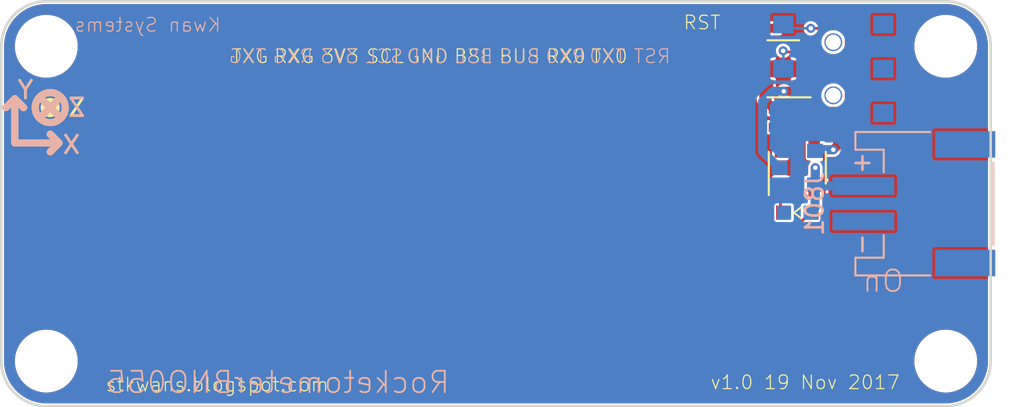
<source format=kicad_pcb>
(kicad_pcb (version 20211014) (generator pcbnew)
  (layers (0 "F.Cu" signal "Top") (31 "B.Cu" signal "Bottom") (34 "B.Paste" user) (35 "F.Paste" user) (36 "B.SilkS" user "B.Silkscreen") (37 "F.SilkS" user "F.Silkscreen") (38 "B.Mask" user) (39 "F.Mask" user) (44 "Edge.Cuts" user))
  (net 0 "")
  (net 1 "GND")
  (net 2 "VCC")
  (net 3 "/Regulator/BYP")
  (net 4 "/Regulator/PWR_EN")
  (net 5 "/GND")
  (net 6 "/VLIPO")
  (net 7 "/STAT+")
  (net 8 "/STAT-")
  (net 9 "/PROG")
  (net 10 "/VBUS")
  (net 11 "/VRAW")
  (footprint "STAND-OFF-TIGHT" (layer "F.Cu") (at 129.54 99.06)
    (fp_text reference "JP1" hide)
    (fp_text value "STAND-OFFTIGHT" hide)
    (pad "" np_thru_hole circle locked (at 0 0) (size 3.048 3.048) (drill 3.048) (layers *.Cu))
  )
  (footprint "STAND-OFF-TIGHT" (layer "F.Cu") (at 129.54 81.28)
    (fp_text reference "JP2" hide)
    (fp_text value "STAND-OFFTIGHT" hide)
    (pad "" np_thru_hole circle locked (at 0 0) (size 3.048 3.048) (drill 3.048) (layers *.Cu))
  )
  (footprint "STAND-OFF-TIGHT" (layer "F.Cu") (at 180.34 99.06)
    (fp_text reference "JP4" hide)
    (fp_text value "STAND-OFFTIGHT" hide)
    (pad "" np_thru_hole circle locked (at 0 0) (size 3.048 3.048) (drill 3.048) (layers *.Cu))
  )
  (footprint "STAND-OFF-TIGHT" (layer "F.Cu") (at 180.34 81.28)
    (fp_text reference "JP5" hide)
    (fp_text value "STAND-OFFTIGHT" hide)
    (pad "" np_thru_hole circle locked (at 0 0) (size 3.048 3.048) (drill 3.048) (layers *.Cu))
  )
  (footprint "KwanSystems:SMD_0402" (layer "F.Cu") (at 173.99 82.55 180)
    (fp_text reference "C704")
    (fp_text value "1uF")
    (pad "1" smd rect locked (at -0.55 0 180) (size 0.6 0.5) (layers "F.Cu" "F.Paste" "F.Mask") (net 11 "/VRAW"))
    (pad "2" smd rect locked (at 0.55 0 180) (size 0.6 0.5) (layers "F.Cu" "F.Paste" "F.Mask") (net 1 "GND"))
  )
  (footprint "KwanSystems:SMD_0402" (layer "F.Cu") (at 171.196 80.264)
    (fp_text reference "C714")
    (fp_text value "100nF")
    (pad "1" smd rect locked (at -0.55 0) (size 0.6 0.5) (layers "F.Cu" "F.Paste" "F.Mask") (net 3 "/Regulator/BYP"))
    (pad "2" smd rect locked (at 0.55 0) (size 0.6 0.5) (layers "F.Cu" "F.Paste" "F.Mask") (net 1 "GND"))
  )
  (footprint "KwanSystems:SMD_0402" (layer "F.Cu") (at 171.196 84.836)
    (fp_text reference "C715")
    (fp_text value "4.7nF")
    (pad "1" smd rect locked (at -0.55 0) (size 0.6 0.5) (layers "F.Cu" "F.Paste" "F.Mask") (net 2 "VCC"))
    (pad "2" smd rect locked (at 0.55 0) (size 0.6 0.5) (layers "F.Cu" "F.Paste" "F.Mask") (net 1 "GND"))
  )
  (footprint "TO_SOT_Packages_SMD:SOT-23-5" (layer "F.Cu") (at 171.165 82.55 180)
    (fp_text reference "U701")
    (fp_text value "3.3V")
    (fp_line (start 0.9 -1.61) (end -1.55 -1.61) (layer "F.SilkS") (width 0.12))
    (fp_line (start -0.9 1.61) (end 0.9 1.61) (layer "F.SilkS") (width 0.12))
    (pad "1" smd rect locked (at -1.1 -0.95 180) (size 1.06 0.65) (layers "F.Cu" "F.Paste" "F.Mask") (net 11 "/VRAW"))
    (pad "2" smd rect locked (at -1.1 0 180) (size 1.06 0.65) (layers "F.Cu" "F.Paste" "F.Mask") (net 1 "GND"))
    (pad "3" smd rect locked (at -1.1 0.95 180) (size 1.06 0.65) (layers "F.Cu" "F.Paste" "F.Mask") (net 4 "/Regulator/PWR_EN"))
    (pad "4" smd rect locked (at 1.1 0.95 180) (size 1.06 0.65) (layers "F.Cu" "F.Paste" "F.Mask") (net 3 "/Regulator/BYP"))
    (pad "5" smd rect locked (at 1.1 -0.95 180) (size 1.06 0.65) (layers "F.Cu" "F.Paste" "F.Mask") (net 2 "VCC"))
  )
  (footprint "KwanSystems:Axis" (layer "F.Cu") (at 127.762 86.741)
    (fp_text reference "U501" hide)
    (fp_text value "MPU9250" hide)
    (fp_text user "Z" (at 3.5 -2) (layer "B.SilkS") (effects (justify mirror)))
    (fp_text user "Y" (at 0.6 -3) (layer "B.SilkS") (effects (justify mirror)))
    (fp_text user "X" (at 3.2 0.1) (layer "B.SilkS") (effects (justify mirror)))
    (fp_text user "X" (at 3.2 0.1) (layer "F.SilkS"))
    (fp_text user "Y" (at 0.6 -3) (layer "F.SilkS"))
    (fp_text user "Z" (at 3.5 -2) (layer "F.SilkS"))
    (fp_line (start 2.5 0) (end 2 -0.5) (layer "B.SilkS") (width 0.4))
    (fp_line (start -0.5 -2) (end 0 -2.5) (layer "B.SilkS") (width 0.4))
    (fp_line (start 0 0) (end 2.5 0) (layer "B.SilkS") (width 0.4))
    (fp_line (start 2.6 -2.6) (end 1.4 -1.4) (layer "B.SilkS") (width 0.4))
    (fp_line (start 0 -2.5) (end 0.5 -2) (layer "B.SilkS") (width 0.4))
    (fp_line (start 1.4 -2.6) (end 2.6 -1.4) (layer "B.SilkS") (width 0.4))
    (fp_line (start 2.5 0) (end 2 0.5) (layer "B.SilkS") (width 0.4))
    (fp_line (start 0.5 -2) (end 0 -2.5) (layer "B.SilkS") (width 0.4))
    (fp_line (start 2 -0.5) (end 2.5 0) (layer "B.SilkS") (width 0.4))
    (fp_line (start 0 -2.5) (end 0 0) (layer "B.SilkS") (width 0.4))
    (fp_circle (center 2 -2) (end 2.6 -1.4) (layer "B.SilkS") (width 0.4) (fill none))
    (fp_line (start -0.5 -2) (end 0 -2.5) (layer "F.SilkS") (width 0.4))
    (fp_line (start 2.5 0) (end 2 -0.5) (layer "F.SilkS") (width 0.4))
    (fp_line (start 0 0) (end 2.5 0) (layer "F.SilkS") (width 0.4))
    (fp_line (start 0 -2.5) (end 0.5 -2) (layer "F.SilkS") (width 0.4))
    (fp_line (start 2.5 0) (end 2 0.5) (layer "F.SilkS") (width 0.4))
    (fp_line (start 2 -0.5) (end 2.5 0) (layer "F.SilkS") (width 0.4))
    (fp_line (start 0 -2.5) (end 0 0) (layer "F.SilkS") (width 0.4))
    (fp_line (start 0.5 -2) (end 0 -2.5) (layer "F.SilkS") (width 0.4))
    (fp_circle (center 2 -2) (end 2.1 -1.9) (layer "F.SilkS") (width 0.4) (fill none))
    (fp_circle (center 2 -2) (end 2.6 -1.4) (layer "F.SilkS") (width 0.4) (fill none))
  )
  (footprint "KwanSystems:SMD_0603" (layer "F.Cu") (at 173.482 85.852 180)
    (fp_text reference "C802")
    (fp_text value "4.7uF")
    (pad "1" smd rect locked (at -0.75 0 180) (size 0.8 0.75) (layers "F.Cu" "F.Paste" "F.Mask") (net 10 "/VBUS"))
    (pad "2" smd rect locked (at 0.75 0 180) (size 0.8 0.75) (layers "F.Cu" "F.Paste" "F.Mask") (net 5 "/GND"))
  )
  (footprint "KwanSystems:D_0603" (layer "F.Cu") (at 171.958 90.678)
    (fp_text reference "D801")
    (fp_text value "YELLOW")
    (fp_line (start 0.2 0.3) (end -0.2 0) (layer "F.SilkS") (width 0.1))
    (fp_line (start -0.2 0) (end 0.2 -0.3) (layer "F.SilkS") (width 0.1))
    (pad "1" smd rect locked (at -0.8 0 180) (size 0.8 0.8) (layers "F.Cu" "F.Paste" "F.Mask") (net 8 "/STAT-"))
    (pad "2" smd rect locked (at 0.8 0 180) (size 0.8 0.8) (layers "F.Cu" "F.Paste" "F.Mask") (net 7 "/STAT+"))
  )
  (footprint "KwanSystems:SMD_0402" (layer "F.Cu") (at 171.196 85.852 180)
    (fp_text reference "R801")
    (fp_text value "10k")
    (pad "1" smd rect locked (at -0.55 0 180) (size 0.6 0.5) (layers "F.Cu" "F.Paste" "F.Mask") (net 5 "/GND"))
    (pad "2" smd rect locked (at 0.55 0 180) (size 0.6 0.5) (layers "F.Cu" "F.Paste" "F.Mask") (net 9 "/PROG"))
  )
  (footprint "KwanSystems:SMD_0402" (layer "F.Cu") (at 171.916 91.948 180)
    (fp_text reference "R804")
    (fp_text value "1.5k")
    (pad "1" smd rect locked (at -0.55 0 180) (size 0.6 0.5) (layers "F.Cu" "F.Paste" "F.Mask") (net 10 "/VBUS"))
    (pad "2" smd rect locked (at 0.55 0 180) (size 0.6 0.5) (layers "F.Cu" "F.Paste" "F.Mask") (net 7 "/STAT+"))
  )
  (footprint "TO_SOT_Packages_SMD:SOT-23-5" (layer "F.Cu") (at 171.958 88.138 90)
    (fp_text reference "U801" hide)
    (fp_text value "MCP73831")
    (fp_line (start 0.9 -1.61) (end -1.55 -1.61) (layer "F.SilkS") (width 0.12))
    (fp_line (start -0.9 1.61) (end 0.9 1.61) (layer "F.SilkS") (width 0.12))
    (pad "1" smd rect locked (at -1.1 -0.95 90) (size 1.06 0.65) (layers "F.Cu" "F.Paste" "F.Mask") (net 8 "/STAT-"))
    (pad "2" smd rect locked (at -1.1 0 90) (size 1.06 0.65) (layers "F.Cu" "F.Paste" "F.Mask") (net 5 "/GND"))
    (pad "3" smd rect locked (at -1.1 0.95 90) (size 1.06 0.65) (layers "F.Cu" "F.Paste" "F.Mask") (net 6 "/VLIPO"))
    (pad "4" smd rect locked (at 1.1 0.95 90) (size 1.06 0.65) (layers "F.Cu" "F.Paste" "F.Mask") (net 10 "/VBUS"))
    (pad "5" smd rect locked (at 1.1 -0.95 90) (size 1.06 0.65) (layers "F.Cu" "F.Paste" "F.Mask") (net 9 "/PROG"))
  )
  (footprint "KwanSystems:SWITCH_DPDT_AZY0202" (layer "B.Cu") (at 173.99 82.55 -90)
    (fp_text reference "S701" hide)
    (fp_text value "SPDT" hide)
    (pad "" np_thru_hole circle locked (at -1.5 0 270) (size 1 1) (drill 0.85) (layers *.Cu *.Mask))
    (pad "" np_thru_hole circle locked (at 1.5 0 270) (size 1 1) (drill 0.85) (layers *.Cu *.Mask))
    (pad "1" smd rect locked (at -2.5 2.825 270) (size 1 1.15) (layers "B.Cu" "B.Paste" "B.Mask") (net 11 "/VRAW"))
    (pad "2" smd rect locked (at 0 2.825 270) (size 1 1.15) (layers "B.Cu" "B.Paste" "B.Mask") (net 4 "/Regulator/PWR_EN"))
    (pad "3" smd rect locked (at 2.5 2.825 270) (size 1 1.15) (layers "B.Cu" "B.Paste" "B.Mask") (net 1 "GND"))
    (pad "4" smd rect locked (at -2.5 -2.825 270) (size 1 1.15) (layers "B.Cu" "B.Paste" "B.Mask"))
    (pad "5" smd rect locked (at 0 -2.825 270) (size 1 1.15) (layers "B.Cu" "B.Paste" "B.Mask"))
    (pad "6" smd rect locked (at 2.5 -2.825 270) (size 1 1.15) (layers "B.Cu" "B.Paste" "B.Mask"))
  )
  (footprint "KwanSystems:SMD_0603" (layer "B.Cu") (at 171.958 90.678 180)
    (fp_text reference "C803")
    (fp_text value "4.7uF")
    (pad "1" smd rect locked (at -0.75 0 180) (size 0.8 0.75) (layers "B.Cu" "B.Paste" "B.Mask") (net 6 "/VLIPO"))
    (pad "2" smd rect locked (at 0.75 0 180) (size 0.8 0.75) (layers "B.Cu" "B.Paste" "B.Mask") (net 5 "/GND"))
  )
  (footprint "KwanSystems:SOT-23" (layer "B.Cu") (at 171.958 88.138 180)
    (fp_text reference "D802" hide)
    (fp_text value "DCC")
    (pad "1" smd rect locked (at -1 0.95 180) (size 0.9 0.8) (layers "B.Cu" "B.Paste" "B.Mask") (net 10 "/VBUS"))
    (pad "2" smd rect locked (at -1 -0.95 180) (size 0.9 0.8) (layers "B.Cu" "B.Paste" "B.Mask") (net 6 "/VLIPO"))
    (pad "3" smd rect locked (at 1 0 180) (size 0.9 0.8) (layers "B.Cu" "B.Paste" "B.Mask") (net 11 "/VRAW"))
  )
  (footprint "KwanSystems:SPARKFUN_JST_POWER" (layer "B.Cu") (at 178.562 90.17 -90)
    (fp_text reference "J801" (at 0 5.625 -90) (layer "B.SilkS") (effects (justify mirror)))
    (fp_text value "JST 2mm")
    (fp_text user "-" (at 2.3 3 -90) (layer "B.SilkS") (effects (justify mirror)))
    (fp_text user "+" (at -2.3 3 -90) (layer "B.SilkS") (effects (justify mirror)))
    (fp_line (start -4.05 3.325) (end -4.05 -0.9) (layer "B.SilkS") (width 0.12))
    (fp_line (start 4.05 -0.9) (end 4.05 3.325) (layer "B.SilkS") (width 0.12))
    (fp_line (start 3.05 3.325) (end 3.05 1.725) (layer "B.SilkS") (width 0.12))
    (fp_line (start -2.325 -4.475) (end 2.325 -4.475) (layer "B.SilkS") (width 0.12))
    (fp_line (start 3.05 1.725) (end 1.775 1.725) (layer "B.SilkS") (width 0.12))
    (fp_line (start -3.05 1.725) (end -3.05 3.325) (layer "B.SilkS") (width 0.12))
    (fp_line (start -3.05 3.325) (end -4.05 3.325) (layer "B.SilkS") (width 0.12))
    (fp_line (start 4.05 3.325) (end 3.05 3.325) (layer "B.SilkS") (width 0.12))
    (fp_line (start -1.775 1.725) (end -3.05 1.725) (layer "B.SilkS") (width 0.12))
    (pad "" smd rect locked (at 3.35 -2.875 270) (size 1.5 3.4) (layers "B.Cu" "B.Paste" "B.Mask"))
    (pad "" smd rect locked (at -3.35 -2.875 270) (size 1.5 3.4) (layers "B.Cu" "B.Paste" "B.Mask"))
    (pad "+" smd rect locked (at -1 2.875 270) (size 1 3.5) (layers "B.Cu" "B.Paste" "B.Mask") (net 6 "/VLIPO"))
    (pad "-" smd rect locked (at 1 2.875 270) (size 1 3.5) (layers "B.Cu" "B.Paste" "B.Mask") (net 5 "/GND"))
  )
  (gr_arc (start 129.54 101.6) (mid 127.743949 100.856051) (end 127 99.06) (layer "Edge.Cuts") (width 0.15))
  (gr_line (start 129.54 78.74) (end 180.34 78.74) (layer "Edge.Cuts") (width 0.15))
  (gr_arc (start 180.34 78.74) (mid 182.136051 79.483949) (end 182.88 81.28) (layer "Edge.Cuts") (width 0.15))
  (gr_arc (start 127 81.28) (mid 127.743949 79.483949) (end 129.54 78.74) (layer "Edge.Cuts") (width 0.15))
  (gr_line (start 127 99.06) (end 127 81.28) (layer "Edge.Cuts") (width 0.15))
  (gr_line (start 182.88 81.28) (end 182.88 99.06) (layer "Edge.Cuts") (width 0.15))
  (gr_arc (start 182.88 99.06) (mid 182.136051 100.856051) (end 180.34 101.6) (layer "Edge.Cuts") (width 0.15))
  (gr_line (start 180.34 101.6) (end 129.54 101.6) (layer "Edge.Cuts") (width 0.15))
  (gr_text "TXG" (at 141.986 82.296) (layer "B.SilkS") (effects (font (size 0.77216 0.77216) (thickness 0.065024)) (justify left bottom mirror)))
  (gr_text "RXG" (at 144.653 82.296) (layer "B.SilkS") (effects (font (size 0.77216 0.77216) (thickness 0.065024)) (justify left bottom mirror)))
  (gr_text "3V3" (at 147.193 82.296) (layer "B.SilkS") (effects (font (size 0.77216 0.77216) (thickness 0.065024)) (justify left bottom mirror)))
  (gr_text "SCL" (at 149.733 82.296) (layer "B.SilkS") (effects (font (size 0.77216 0.77216) (thickness 0.065024)) (justify left bottom mirror)))
  (gr_text "GND" (at 152.273 82.296) (layer "B.SilkS") (effects (font (size 0.77216 0.77216) (thickness 0.065024)) (justify left bottom mirror)))
  (gr_text "BSL" (at 154.813 82.296) (layer "B.SilkS") (effects (font (size 0.77216 0.77216) (thickness 0.065024)) (justify left bottom mirror)))
  (gr_text "BUS" (at 157.48 82.296) (layer "B.SilkS") (effects (font (size 0.77216 0.77216) (thickness 0.065024)) (justify left bottom mirror)))
  (gr_text "RX0" (at 160.02 82.296) (layer "B.SilkS") (effects (font (size 0.77216 0.77216) (thickness 0.065024)) (justify left bottom mirror)))
  (gr_text "TX0" (at 162.306 82.296) (layer "B.SilkS") (effects (font (size 0.77216 0.77216) (thickness 0.065024)) (justify left bottom mirror)))
  (gr_text "RST" (at 164.846 82.296) (layer "B.SilkS") (effects (font (size 0.77216 0.77216) (thickness 0.065024)) (justify left bottom mirror)))
  (gr_text "RocketometerBNO055" (at 152.4 100.965) (layer "B.SilkS") (effects (font (size 1.2065 1.2065) (thickness 0.1016)) (justify left bottom mirror)))
  (gr_text "On" (at 178.054 95.25) (layer "B.SilkS") (effects (font (size 1.2065 1.2065) (thickness 0.1016)) (justify left bottom mirror)))
  (gr_text "Kwan Systems" (at 139.446 80.518) (layer "B.SilkS") (effects (font (size 0.77216 0.77216) (thickness 0.065024)) (justify left bottom mirror)))
  (gr_text "RST" (at 165.481 80.391) (layer "F.SilkS") (effects (font (size 0.77216 0.77216) (thickness 0.065024)) (justify left bottom)))
  (gr_text "RXG" (at 142.367 82.296) (layer "F.SilkS") (effects (font (size 0.77216 0.77216) (thickness 0.065024)) (justify left bottom)))
  (gr_text "TXG" (at 139.954 82.296) (layer "F.SilkS") (effects (font (size 0.77216 0.77216) (thickness 0.065024)) (justify left bottom)))
  (gr_text "TX0" (at 160.274 82.296) (layer "F.SilkS") (effects (font (size 0.77216 0.77216) (thickness 0.065024)) (justify left bottom)))
  (gr_text "SCL" (at 147.574 82.296) (layer "F.SilkS") (effects (font (size 0.77216 0.77216) (thickness 0.065024)) (justify left bottom)))
  (gr_text "BSL" (at 152.527 82.296) (layer "F.SilkS") (effects (font (size 0.77216 0.77216) (thickness 0.065024)) (justify left bottom)))
  (gr_text "RX0" (at 157.734 82.296) (layer "F.SilkS") (effects (font (size 0.77216 0.77216) (thickness 0.065024)) (justify left bottom)))
  (gr_text "GND" (at 149.86 82.296) (layer "F.SilkS") (effects (font (size 0.77216 0.77216) (thickness 0.065024)) (justify left bottom)))
  (gr_text "stkwans.blogspot.com" (at 132.842 100.838) (layer "F.SilkS") (effects (font (size 0.77216 0.77216) (thickness 0.065024)) (justify left bottom)))
  (gr_text "3V3" (at 145.034 82.296) (layer "F.SilkS") (effects (font (size 0.77216 0.77216) (thickness 0.065024)) (justify left bottom)))
  (gr_text "BUS" (at 155.067 82.296) (layer "F.SilkS") (effects (font (size 0.77216 0.77216) (thickness 0.065024)) (justify left bottom)))
  (gr_text "v1.0 19 Nov 2017" (at 167.005 100.711) (layer "F.SilkS") (effects (font (size 0.77216 0.77216) (thickness 0.065024)) (justify left bottom)))
  (segment (start 170.065 83.5) (end 170.065 84.255) (width 0.508) (layer "F.Cu") (net 2))
  (segment (start 170.065 84.255) (end 170.646 84.836) (width 0.508) (layer "F.Cu") (net 2))
  (segment (start 170.065 80.795) (end 170.596 80.264) (width 0.1524) (layer "F.Cu") (net 3))
  (segment (start 170.065 81.6) (end 170.065 80.795) (width 0.1524) (layer "F.Cu") (net 3))
  (segment (start 170.596 80.264) (end 170.646 80.264) (width 0.1524) (layer "F.Cu") (net 3))
  (segment (start 172.265 81.6) (end 171.222013 81.6) (width 0.1524) (layer "F.Cu") (net 4))
  (segment (start 171.222013 81.6) (end 171.156013 81.534) (width 0.1524) (layer "F.Cu") (net 4))
  (via (at 171.156013 81.534) (size 0.508) (drill 0.254) (layers "F.Cu" "B.Cu") (net 4))
  (segment (start 171.165 82.55) (end 171.165 81.542987) (width 0.1524) (layer "B.Cu") (net 4))
  (segment (start 171.165 81.542987) (end 171.156013 81.534) (width 0.1524) (layer "B.Cu") (net 4))
  (segment (start 171.958 88.921518) (end 171.958 89.238) (width 0.1524) (layer "F.Cu") (net 5))
  (segment (start 172.974 88.138) (end 172.974 89.172) (width 0.508) (layer "F.Cu") (net 6))
  (segment (start 172.974 89.172) (end 172.908 89.238) (width 0.508) (layer "F.Cu") (net 6))
  (via (at 172.974 88.138) (size 0.508) (drill 0.254) (layers "F.Cu" "B.Cu") (net 6))
  (segment (start 172.708 90.678) (end 172.683 90.678) (width 0.508) (layer "B.Cu") (net 6))
  (segment (start 172.974 88.138) (end 172.974 89.072) (width 0.508) (layer "B.Cu") (net 6))
  (segment (start 172.974 89.072) (end 172.958 89.088) (width 0.508) (layer "B.Cu") (net 6))
  (segment (start 172.958 90.428) (end 172.708 90.678) (width 0.508) (layer "B.Cu") (net 6))
  (segment (start 175.687 89.17) (end 173.04 89.17) (width 0.508) (layer "B.Cu") (net 6))
  (segment (start 172.958 89.088) (end 172.958 90.428) (width 0.508) (layer "B.Cu") (net 6))
  (segment (start 173.04 89.17) (end 172.958 89.088) (width 0.508) (layer "B.Cu") (net 6))
  (segment (start 172.686 90.678) (end 171.416 91.948) (width 0.1524) (layer "F.Cu") (net 7))
  (segment (start 172.758 90.678) (end 172.686 90.678) (width 0.1524) (layer "F.Cu") (net 7))
  (segment (start 171.416 91.948) (end 171.366 91.948) (width 0.1524) (layer "F.Cu") (net 7))
  (segment (start 172.908 90.478) (end 172.708 90.678) (width 0.508) (layer "F.Cu") (net 7))
  (segment (start 171.008 89.443) (end 171.008 89.238) (width 0.1524) (layer "F.Cu") (net 8))
  (segment (start 171.008 90.528) (end 171.158 90.678) (width 0.1524) (layer "F.Cu") (net 8))
  (segment (start 171.008 89.238) (end 171.008 90.528) (width 0.1524) (layer "F.Cu") (net 8))
  (segment (start 171.008 87.038) (end 171.008 86.214) (width 0.1524) (layer "F.Cu") (net 9))
  (segment (start 171.008 86.214) (end 170.646 85.852) (width 0.1524) (layer "F.Cu") (net 9))
  (segment (start 174.232 86.88) (end 173.99 87.122) (width 0.508) (layer "F.Cu") (net 10))
  (segment (start 172.466 91.948) (end 172.9184 91.948) (width 0.1524) (layer "F.Cu") (net 10))
  (segment (start 172.908 87.243) (end 172.908 87.038) (width 0.508) (layer "F.Cu") (net 10))
  (segment (start 174.232 85.852) (end 174.232 86.88) (width 0.508) (layer "F.Cu") (net 10))
  (segment (start 173.482 87.122) (end 172.992 87.122) (width 0.508) (layer "F.Cu") (net 10))
  (segment (start 173.482 91.3844) (end 173.482 87.122) (width 0.1524) (layer "F.Cu") (net 10))
  (segment (start 172.992 87.122) (end 172.908 87.038) (width 0.508) (layer "F.Cu") (net 10))
  (segment (start 172.993576 87.123576) (end 172.908 87.038) (width 0.508) (layer "F.Cu") (net 10))
  (segment (start 172.9184 91.948) (end 173.482 91.3844) (width 0.1524) (layer "F.Cu") (net 10))
  (segment (start 173.99 87.122) (end 173.482 87.122) (width 0.508) (layer "F.Cu") (net 10))
  (via (at 173.99 87.122) (size 0.508) (drill 0.254) (layers "F.Cu" "B.Cu") (net 10))
  (segment (start 173.99 87.122) (end 173.024 87.122) (width 0.508) (layer "B.Cu") (net 10))
  (segment (start 173.024 87.122) (end 172.958 87.188) (width 0.508) (layer "B.Cu") (net 10))
  (segment (start 174.28233 80.264) (end 173.07921 80.264) (width 0.1524) (layer "F.Cu") (net 11))
  (segment (start 174.896401 83.664401) (end 174.54 83.308) (width 0.508) (layer "F.Cu") (net 11))
  (segment (start 173.554927 84.956401) (end 174.425073 84.956401) (width 0.508) (layer "F.Cu") (net 11))
  (segment (start 174.54 83.308) (end 174.54 82.55) (width 0.508) (layer "F.Cu") (net 11))
  (segment (start 174.425073 84.956401) (end 174.896401 84.485073) (width 0.508) (layer "F.Cu") (net 11))
  (segment (start 174.896401 84.485073) (end 174.896401 83.664401) (width 0.508) (layer "F.Cu") (net 11))
  (segment (start 171.196 83.82) (end 171.945 83.82) (width 0.508) (layer "F.Cu") (net 11))
  (segment (start 174.54 82.55) (end 174.54 82.1476) (width 0.1524) (layer "F.Cu") (net 11))
  (segment (start 172.265 83.5) (end 172.265 83.666474) (width 0.508) (layer "F.Cu") (net 11))
  (segment (start 173.07921 80.264) (end 172.72 80.264) (width 0.1524) (layer "F.Cu") (net 11))
  (segment (start 174.718601 81.968999) (end 174.718601 80.700271) (width 0.1524) (layer "F.Cu") (net 11))
  (segment (start 171.945 83.82) (end 172.265 83.5) (width 0.508) (layer "F.Cu") (net 11))
  (segment (start 174.718601 80.700271) (end 174.28233 80.264) (width 0.1524) (layer "F.Cu") (net 11))
  (segment (start 172.265 83.666474) (end 173.554927 84.956401) (width 0.508) (layer "F.Cu") (net 11))
  (segment (start 174.54 82.1476) (end 174.718601 81.968999) (width 0.1524) (layer "F.Cu") (net 11))
  (via (at 171.196 83.82) (size 0.508) (drill 0.254) (layers "F.Cu" "B.Cu") (net 11))
  (via (at 172.72 80.264) (size 0.508) (drill 0.254) (layers "F.Cu" "B.Cu") (net 11))
  (segment (start 170.588478 83.82) (end 170 84.408478) (width 0.508) (layer "B.Cu") (net 11))
  (segment (start 170 84.408478) (end 170 87.23) (width 0.508) (layer "B.Cu") (net 11))
  (segment (start 170 87.23) (end 170.908 88.138) (width 0.508) (layer "B.Cu") (net 11))
  (segment (start 171.379 80.264) (end 171.165 80.05) (width 0.1524) (layer "B.Cu") (net 11))
  (segment (start 171.196 83.82) (end 170.588478 83.82) (width 0.508) (layer "B.Cu") (net 11))
  (segment (start 170.908 88.138) (end 170.958 88.138) (width 0.508) (layer "B.Cu") (net 11))
  (segment (start 172.72 80.264) (end 171.379 80.264) (width 0.1524) (layer "B.Cu") (net 11))
  (zone (net 1) (net_name "GND") (layer "F.Cu") (priority 6) (connect_pads yes (clearance 0.1524)) (min_thickness 0.1524) (fill yes (thermal_gap 0) (thermal_bridge_width 0))
    (polygon (pts (xy 182.88 78.74) (xy 182.88 101.6) (xy 127 101.6) (xy 127 78.74)))
  )
  (zone (net 1) (net_name "GND") (layer "B.Cu") (priority 6) (connect_pads yes (clearance 0.1524)) (min_thickness 0.1524) (fill yes (thermal_gap 0) (thermal_bridge_width 0))
    (polygon (pts (xy 182.88 78.74) (xy 182.88 101.6) (xy 127 101.6) (xy 127 78.74)))
  )
)
</source>
